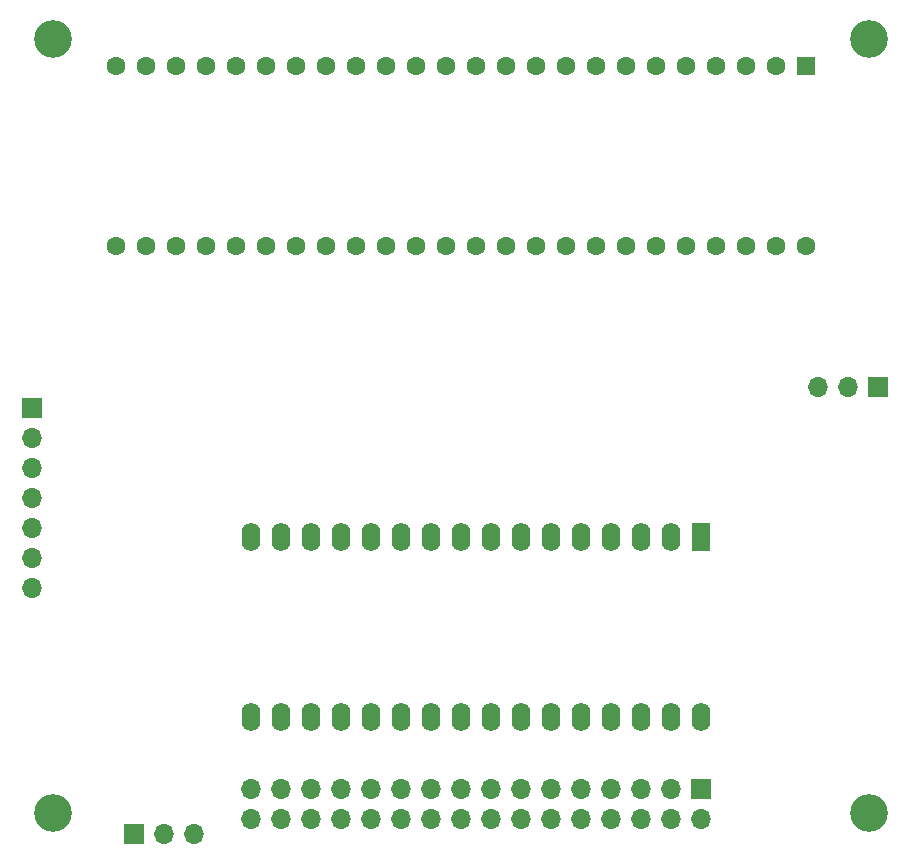
<source format=gbr>
%TF.GenerationSoftware,KiCad,Pcbnew,8.0.4*%
%TF.CreationDate,2025-04-23T20:08:27+02:00*%
%TF.ProjectId,PMTLeechv2,504d544c-6565-4636-9876-322e6b696361,rev?*%
%TF.SameCoordinates,Original*%
%TF.FileFunction,Soldermask,Bot*%
%TF.FilePolarity,Negative*%
%FSLAX46Y46*%
G04 Gerber Fmt 4.6, Leading zero omitted, Abs format (unit mm)*
G04 Created by KiCad (PCBNEW 8.0.4) date 2025-04-23 20:08:27*
%MOMM*%
%LPD*%
G01*
G04 APERTURE LIST*
%ADD10O,1.600000X2.400000*%
%ADD11R,1.600000X2.400000*%
%ADD12O,1.700000X1.700000*%
%ADD13R,1.700000X1.700000*%
%ADD14C,3.200000*%
%ADD15C,1.600000*%
%ADD16R,1.600000X1.600000*%
G04 APERTURE END LIST*
D10*
%TO.C,J5*%
X163068000Y-123952000D03*
X160528000Y-123952000D03*
X157988000Y-123952000D03*
X155448000Y-123952000D03*
X152908000Y-123952000D03*
X150368000Y-123952000D03*
X147828000Y-123952000D03*
X145288000Y-123952000D03*
X142748000Y-123952000D03*
X140208000Y-123952000D03*
X137668000Y-123952000D03*
X135128000Y-123952000D03*
X132588000Y-123952000D03*
X130048000Y-123952000D03*
X127508000Y-123952000D03*
X124968000Y-123952000D03*
X124968000Y-108712000D03*
X127508000Y-108712000D03*
X130048000Y-108712000D03*
X132588000Y-108712000D03*
X135128000Y-108712000D03*
X137668000Y-108712000D03*
X140208000Y-108712000D03*
X142748000Y-108712000D03*
X145288000Y-108712000D03*
X147828000Y-108712000D03*
X150368000Y-108712000D03*
X152908000Y-108712000D03*
X155448000Y-108712000D03*
X157988000Y-108712000D03*
X160528000Y-108712000D03*
D11*
X163068000Y-108712000D03*
%TD*%
D12*
%TO.C,J3*%
X106426000Y-113030000D03*
X106426000Y-110490000D03*
X106426000Y-107950000D03*
X106426000Y-105410000D03*
X106426000Y-102870000D03*
X106426000Y-100330000D03*
D13*
X106426000Y-97790000D03*
%TD*%
D12*
%TO.C,J1*%
X120157000Y-133858000D03*
X117617000Y-133858000D03*
D13*
X115077000Y-133858000D03*
%TD*%
D14*
%TO.C,H1*%
X177292000Y-66548000D03*
%TD*%
D15*
%TO.C,U1*%
X171974000Y-84016000D03*
X169434000Y-84016000D03*
X166894000Y-84016000D03*
X164354000Y-84016000D03*
X161814000Y-84016000D03*
X159274000Y-84016000D03*
X156734000Y-84016000D03*
X154194000Y-84016000D03*
X151654000Y-84016000D03*
X149114000Y-84016000D03*
X146574000Y-84016000D03*
X144034000Y-84016000D03*
X141494000Y-84016000D03*
X138954000Y-84016000D03*
X136414000Y-84016000D03*
X133874000Y-84016000D03*
X131334000Y-84016000D03*
X128794000Y-84016000D03*
X126254000Y-84016000D03*
X123714000Y-84016000D03*
X121174000Y-84016000D03*
X118634000Y-84016000D03*
X116094000Y-84016000D03*
X113554000Y-84016000D03*
X113554000Y-68776000D03*
X116094000Y-68776000D03*
X118634000Y-68776000D03*
X121174000Y-68776000D03*
X123714000Y-68776000D03*
X126254000Y-68776000D03*
X128794000Y-68776000D03*
X131334000Y-68776000D03*
X133874000Y-68776000D03*
X136414000Y-68776000D03*
X138954000Y-68776000D03*
X141494000Y-68776000D03*
X144034000Y-68776000D03*
X146574000Y-68776000D03*
X149114000Y-68776000D03*
X151654000Y-68776000D03*
X154194000Y-68776000D03*
X156734000Y-68776000D03*
X159274000Y-68776000D03*
X161814000Y-68776000D03*
X164354000Y-68776000D03*
X166894000Y-68776000D03*
X169434000Y-68776000D03*
D16*
X171974000Y-68776000D03*
%TD*%
D12*
%TO.C,J2*%
X172974001Y-96012000D03*
X175514000Y-96012000D03*
D13*
X178054000Y-96012000D03*
%TD*%
D14*
%TO.C,H4*%
X108204000Y-132080000D03*
%TD*%
%TO.C,H3*%
X177292000Y-132080000D03*
%TD*%
%TO.C,H2*%
X108204000Y-66548000D03*
%TD*%
D12*
%TO.C,J8*%
X163068000Y-132588000D03*
X160528000Y-132588000D03*
X157988000Y-132588000D03*
X155448000Y-132588000D03*
X152908000Y-132588000D03*
X150368000Y-132588000D03*
X147828000Y-132588000D03*
X145288000Y-132588000D03*
X142748000Y-132588000D03*
X140208000Y-132588000D03*
X137668000Y-132588000D03*
X135128000Y-132588000D03*
X132588000Y-132588000D03*
X130048000Y-132588000D03*
X127508000Y-132588000D03*
X124968000Y-132588000D03*
X124968000Y-130048000D03*
X127508000Y-130048000D03*
X130048000Y-130048000D03*
X132588000Y-130048000D03*
X135128000Y-130048000D03*
X137668000Y-130048000D03*
X140208000Y-130048000D03*
X142748000Y-130048000D03*
X145288000Y-130048000D03*
X147828000Y-130048000D03*
X150368000Y-130048000D03*
X152908000Y-130048000D03*
X155448000Y-130048000D03*
X157988000Y-130048000D03*
X160528000Y-130048000D03*
D13*
X163068000Y-130048000D03*
%TD*%
M02*

</source>
